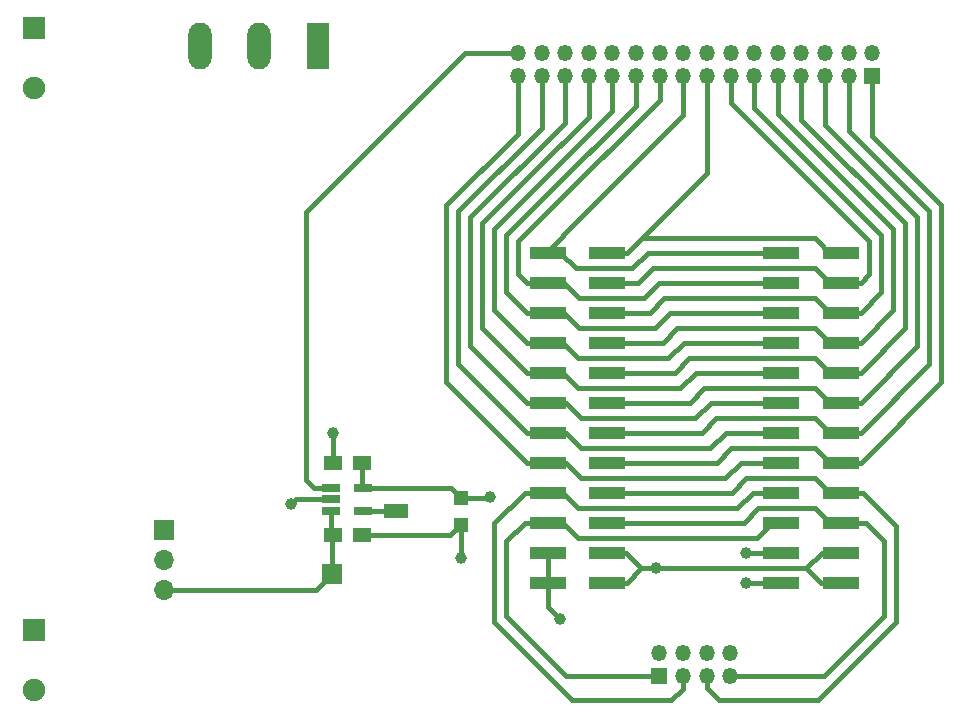
<source format=gtl>
G04 #@! TF.FileFunction,Copper,L1,Top,Signal*
%FSLAX46Y46*%
G04 Gerber Fmt 4.6, Leading zero omitted, Abs format (unit mm)*
G04 Created by KiCad (PCBNEW 4.0.6) date 01/22/18 19:18:38*
%MOMM*%
%LPD*%
G01*
G04 APERTURE LIST*
%ADD10C,0.100000*%
%ADD11R,1.500000X1.250000*%
%ADD12R,1.350000X1.350000*%
%ADD13O,1.350000X1.350000*%
%ADD14R,1.980000X3.960000*%
%ADD15O,1.980000X3.960000*%
%ADD16R,3.150000X1.000000*%
%ADD17R,1.905000X1.905000*%
%ADD18C,1.905000*%
%ADD19R,1.300000X1.300000*%
%ADD20R,2.000000X1.300000*%
%ADD21R,1.700000X1.700000*%
%ADD22R,1.560000X0.650000*%
%ADD23O,1.700000X1.700000*%
%ADD24C,1.000000*%
%ADD25C,0.400000*%
G04 APERTURE END LIST*
D10*
D11*
X191750000Y-138430000D03*
X189250000Y-138430000D03*
X191750000Y-132334000D03*
X189250000Y-132334000D03*
D12*
X234950000Y-99568000D03*
D13*
X234950000Y-97568000D03*
X232950000Y-99568000D03*
X232950000Y-97568000D03*
X230950000Y-99568000D03*
X230950000Y-97568000D03*
X228950000Y-99568000D03*
X228950000Y-97568000D03*
X226950000Y-99568000D03*
X226950000Y-97568000D03*
X224950000Y-99568000D03*
X224950000Y-97568000D03*
X222950000Y-99568000D03*
X222950000Y-97568000D03*
X220950000Y-99568000D03*
X220950000Y-97568000D03*
X218950000Y-99568000D03*
X218950000Y-97568000D03*
X216950000Y-99568000D03*
X216950000Y-97568000D03*
X214950000Y-99568000D03*
X214950000Y-97568000D03*
X212950000Y-99568000D03*
X212950000Y-97568000D03*
X210950000Y-99568000D03*
X210950000Y-97568000D03*
X208950000Y-99568000D03*
X208950000Y-97568000D03*
X206950000Y-99568000D03*
X206950000Y-97568000D03*
X204950000Y-99568000D03*
X204950000Y-97568000D03*
D12*
X216916000Y-150368000D03*
D13*
X216916000Y-148368000D03*
X218916000Y-150368000D03*
X218916000Y-148368000D03*
X220916000Y-150368000D03*
X220916000Y-148368000D03*
X222916000Y-150368000D03*
X222916000Y-148368000D03*
D14*
X188000000Y-97000000D03*
D15*
X183000000Y-97000000D03*
X178000000Y-97000000D03*
D16*
X212525000Y-142470000D03*
X207475000Y-142470000D03*
X212525000Y-139930000D03*
X207475000Y-139930000D03*
X212525000Y-137390000D03*
X207475000Y-137390000D03*
X212525000Y-134850000D03*
X207475000Y-134850000D03*
X212525000Y-132310000D03*
X207475000Y-132310000D03*
X212525000Y-129770000D03*
X207475000Y-129770000D03*
X212525000Y-127230000D03*
X207475000Y-127230000D03*
X212525000Y-124690000D03*
X207475000Y-124690000D03*
X212525000Y-122150000D03*
X207475000Y-122150000D03*
X212525000Y-119610000D03*
X207475000Y-119610000D03*
X212525000Y-117070000D03*
X207475000Y-117070000D03*
X212525000Y-114530000D03*
X207475000Y-114530000D03*
X232275000Y-142470000D03*
X227225000Y-142470000D03*
X232275000Y-139930000D03*
X227225000Y-139930000D03*
X232275000Y-137390000D03*
X227225000Y-137390000D03*
X232275000Y-134850000D03*
X227225000Y-134850000D03*
X232275000Y-132310000D03*
X227225000Y-132310000D03*
X232275000Y-129770000D03*
X227225000Y-129770000D03*
X232275000Y-127230000D03*
X227225000Y-127230000D03*
X232275000Y-124690000D03*
X227225000Y-124690000D03*
X232275000Y-122150000D03*
X227225000Y-122150000D03*
X232275000Y-119610000D03*
X227225000Y-119610000D03*
X232275000Y-117070000D03*
X227225000Y-117070000D03*
X232275000Y-114530000D03*
X227225000Y-114530000D03*
D17*
X164000000Y-95460000D03*
D18*
X164000000Y-100540000D03*
D17*
X164000000Y-146460000D03*
D18*
X164000000Y-151540000D03*
D19*
X200108000Y-135248000D03*
D20*
X194608000Y-136398000D03*
D19*
X200108000Y-137548000D03*
D21*
X189230000Y-141732000D03*
D22*
X189150000Y-134432000D03*
X189150000Y-135382000D03*
X189150000Y-136332000D03*
X191850000Y-136332000D03*
X191850000Y-134432000D03*
D21*
X175000000Y-138000000D03*
D23*
X175000000Y-140540000D03*
X175000000Y-143080000D03*
D24*
X189250000Y-129750000D03*
X185750000Y-135750000D03*
X200100000Y-140300000D03*
X224282000Y-142494000D03*
X224282000Y-139954000D03*
X208534000Y-145542000D03*
X216650000Y-141224000D03*
X202600000Y-135200000D03*
D25*
X189250000Y-132334000D02*
X189250000Y-129750000D01*
X189150000Y-135382000D02*
X186118000Y-135382000D01*
X186118000Y-135382000D02*
X185750000Y-135750000D01*
X191750000Y-138430000D02*
X199226000Y-138430000D01*
X199226000Y-138430000D02*
X200108000Y-137548000D01*
X200108000Y-137548000D02*
X200108000Y-140292000D01*
X200108000Y-140292000D02*
X200100000Y-140300000D01*
X227225000Y-142470000D02*
X224306000Y-142470000D01*
X224306000Y-142470000D02*
X224282000Y-142494000D01*
X227225000Y-139930000D02*
X224306000Y-139930000D01*
X224306000Y-139930000D02*
X224282000Y-139954000D01*
X207475000Y-144483000D02*
X208534000Y-145542000D01*
X207475000Y-142470000D02*
X207475000Y-144483000D01*
X227225000Y-142470000D02*
X227330000Y-142575000D01*
X207475000Y-139930000D02*
X207475000Y-142470000D01*
X175000000Y-143080000D02*
X187882000Y-143080000D01*
X187882000Y-143080000D02*
X189230000Y-141732000D01*
X189150000Y-136332000D02*
X189150000Y-138330000D01*
X189150000Y-138330000D02*
X189250000Y-138430000D01*
X189230000Y-141732000D02*
X189230000Y-138450000D01*
X189230000Y-138450000D02*
X189250000Y-138430000D01*
X200108000Y-135248000D02*
X202552000Y-135248000D01*
X202600000Y-135200000D02*
X202552000Y-135248000D01*
X191850000Y-134432000D02*
X199292000Y-134432000D01*
X199292000Y-134432000D02*
X200108000Y-135248000D01*
X191750000Y-132334000D02*
X191750000Y-134332000D01*
X191750000Y-134332000D02*
X191850000Y-134432000D01*
X212525000Y-142470000D02*
X214146000Y-142470000D01*
X214146000Y-142470000D02*
X215392000Y-141224000D01*
X212525000Y-139930000D02*
X214098000Y-139930000D01*
X214098000Y-139930000D02*
X215392000Y-141224000D01*
X215392000Y-141224000D02*
X216650000Y-141224000D01*
X216650000Y-141224000D02*
X222504000Y-141224000D01*
X222504000Y-141224000D02*
X229362000Y-141224000D01*
X232275000Y-142470000D02*
X230608000Y-142470000D01*
X230608000Y-142470000D02*
X229362000Y-141224000D01*
X230656000Y-139930000D02*
X232275000Y-139930000D01*
X229362000Y-141224000D02*
X230656000Y-139930000D01*
X232275000Y-132310000D02*
X233958000Y-132310000D01*
X234950000Y-104648000D02*
X234950000Y-99568000D01*
X240792000Y-110490000D02*
X234950000Y-104648000D01*
X240792000Y-125476000D02*
X240792000Y-110490000D01*
X233958000Y-132310000D02*
X240792000Y-125476000D01*
X212525000Y-132310000D02*
X221766000Y-132310000D01*
X230124000Y-131064000D02*
X231370000Y-132310000D01*
X223012000Y-131064000D02*
X230124000Y-131064000D01*
X221766000Y-132310000D02*
X223012000Y-131064000D01*
X231370000Y-132310000D02*
X232275000Y-132310000D01*
X189150000Y-134432000D02*
X187682000Y-134432000D01*
X200432000Y-97568000D02*
X204950000Y-97568000D01*
X187000000Y-111000000D02*
X200432000Y-97568000D01*
X187000000Y-133750000D02*
X187000000Y-111000000D01*
X187682000Y-134432000D02*
X187000000Y-133750000D01*
X232275000Y-129770000D02*
X233958000Y-129770000D01*
X232950000Y-104172000D02*
X232950000Y-99568000D01*
X239776000Y-110998000D02*
X232950000Y-104172000D01*
X239776000Y-123952000D02*
X239776000Y-110998000D01*
X233958000Y-129770000D02*
X239776000Y-123952000D01*
X212525000Y-129770000D02*
X220496000Y-129770000D01*
X230124000Y-128524000D02*
X231370000Y-129770000D01*
X221742000Y-128524000D02*
X230124000Y-128524000D01*
X220496000Y-129770000D02*
X221742000Y-128524000D01*
X231370000Y-129770000D02*
X232275000Y-129770000D01*
X232275000Y-127230000D02*
X233958000Y-127230000D01*
X230950000Y-103696000D02*
X230950000Y-99568000D01*
X238760000Y-111506000D02*
X230950000Y-103696000D01*
X238760000Y-122428000D02*
X238760000Y-111506000D01*
X233958000Y-127230000D02*
X238760000Y-122428000D01*
X212525000Y-127230000D02*
X219480000Y-127230000D01*
X230124000Y-125984000D02*
X231370000Y-127230000D01*
X220726000Y-125984000D02*
X230124000Y-125984000D01*
X219480000Y-127230000D02*
X220726000Y-125984000D01*
X231370000Y-127230000D02*
X232275000Y-127230000D01*
X232275000Y-124690000D02*
X233958000Y-124690000D01*
X228950000Y-103220000D02*
X228950000Y-99568000D01*
X237744000Y-112014000D02*
X228950000Y-103220000D01*
X237744000Y-120904000D02*
X237744000Y-112014000D01*
X233958000Y-124690000D02*
X237744000Y-120904000D01*
X212525000Y-124690000D02*
X218210000Y-124690000D01*
X230124000Y-123444000D02*
X231370000Y-124690000D01*
X219456000Y-123444000D02*
X230124000Y-123444000D01*
X218210000Y-124690000D02*
X219456000Y-123444000D01*
X231370000Y-124690000D02*
X232275000Y-124690000D01*
X232275000Y-122150000D02*
X233958000Y-122150000D01*
X226950000Y-102744000D02*
X226950000Y-99568000D01*
X236728000Y-112522000D02*
X226950000Y-102744000D01*
X236728000Y-119380000D02*
X236728000Y-112522000D01*
X233958000Y-122150000D02*
X236728000Y-119380000D01*
X212525000Y-122150000D02*
X217194000Y-122150000D01*
X230124000Y-120904000D02*
X231370000Y-122150000D01*
X218440000Y-120904000D02*
X230124000Y-120904000D01*
X217194000Y-122150000D02*
X218440000Y-120904000D01*
X231370000Y-122150000D02*
X232275000Y-122150000D01*
X232275000Y-119610000D02*
X233958000Y-119610000D01*
X224950000Y-102268000D02*
X224950000Y-99568000D01*
X235712000Y-113030000D02*
X224950000Y-102268000D01*
X235712000Y-117856000D02*
X235712000Y-113030000D01*
X233958000Y-119610000D02*
X235712000Y-117856000D01*
X212525000Y-119610000D02*
X216096000Y-119610000D01*
X230124000Y-118364000D02*
X231365000Y-119605000D01*
X217342000Y-118364000D02*
X230124000Y-118364000D01*
X216096000Y-119610000D02*
X217342000Y-118364000D01*
X231360000Y-119610000D02*
X232275000Y-119610000D01*
X232275000Y-117070000D02*
X233958000Y-117070000D01*
X222950000Y-101792000D02*
X222950000Y-99568000D01*
X234696000Y-113538000D02*
X222950000Y-101792000D01*
X234696000Y-116332000D02*
X234696000Y-113538000D01*
X233958000Y-117070000D02*
X234696000Y-116332000D01*
X212525000Y-117070000D02*
X215140000Y-117070000D01*
X230124000Y-115824000D02*
X231345000Y-117045000D01*
X216386000Y-115824000D02*
X230124000Y-115824000D01*
X215140000Y-117070000D02*
X216386000Y-115824000D01*
X231320000Y-117070000D02*
X232275000Y-117070000D01*
X215426000Y-113284000D02*
X215426000Y-113250000D01*
X220950000Y-107726000D02*
X220950000Y-99568000D01*
X215426000Y-113250000D02*
X220950000Y-107726000D01*
X212525000Y-114530000D02*
X214180000Y-114530000D01*
X230124000Y-113284000D02*
X231577000Y-114737000D01*
X215426000Y-113284000D02*
X230124000Y-113284000D01*
X214180000Y-114530000D02*
X215426000Y-113284000D01*
X231530000Y-114530000D02*
X232275000Y-114530000D01*
X207475000Y-114530000D02*
X207475000Y-114343000D01*
X207475000Y-114343000D02*
X210058000Y-111760000D01*
X218950000Y-102868000D02*
X218950000Y-99568000D01*
X210058000Y-111760000D02*
X218950000Y-102868000D01*
X210058000Y-111760000D02*
X210058000Y-111760000D01*
X208558000Y-114530000D02*
X207475000Y-114530000D01*
X207475000Y-114530000D02*
X208530000Y-114530000D01*
X208530000Y-114530000D02*
X209824000Y-115824000D01*
X209824000Y-115824000D02*
X214636000Y-115824000D01*
X214636000Y-115824000D02*
X215930000Y-114530000D01*
X215930000Y-114530000D02*
X227225000Y-114530000D01*
X207475000Y-117070000D02*
X205716000Y-117070000D01*
X216950000Y-101566000D02*
X216950000Y-99568000D01*
X207772000Y-110744000D02*
X216950000Y-101566000D01*
X207772000Y-110744000D02*
X207772000Y-110744000D01*
X204978000Y-113538000D02*
X207772000Y-110744000D01*
X204978000Y-116332000D02*
X204978000Y-113538000D01*
X205716000Y-117070000D02*
X204978000Y-116332000D01*
X206224000Y-117070000D02*
X207475000Y-117070000D01*
X207475000Y-117070000D02*
X208820000Y-117070000D01*
X208820000Y-117070000D02*
X210114000Y-118364000D01*
X210114000Y-118364000D02*
X215596000Y-118364000D01*
X215596000Y-118364000D02*
X216890000Y-117070000D01*
X216890000Y-117070000D02*
X227225000Y-117070000D01*
X207475000Y-119610000D02*
X205716000Y-119610000D01*
X214950000Y-102042000D02*
X214950000Y-99568000D01*
X207264000Y-109728000D02*
X214950000Y-102042000D01*
X207264000Y-109728000D02*
X207264000Y-109728000D01*
X203962000Y-113030000D02*
X207264000Y-109728000D01*
X203962000Y-117856000D02*
X203962000Y-113030000D01*
X205716000Y-119610000D02*
X203962000Y-117856000D01*
X207475000Y-119610000D02*
X208860000Y-119610000D01*
X208860000Y-119610000D02*
X210154000Y-120904000D01*
X210154000Y-120904000D02*
X216548000Y-120904000D01*
X216548000Y-120904000D02*
X217842000Y-119610000D01*
X217842000Y-119610000D02*
X227225000Y-119610000D01*
X207475000Y-122150000D02*
X205716000Y-122150000D01*
X212950000Y-102518000D02*
X212950000Y-99568000D01*
X206756000Y-108712000D02*
X212950000Y-102518000D01*
X206756000Y-108712000D02*
X206756000Y-108712000D01*
X202946000Y-112522000D02*
X206756000Y-108712000D01*
X202946000Y-119380000D02*
X202946000Y-112522000D01*
X205716000Y-122150000D02*
X202946000Y-119380000D01*
X207475000Y-122150000D02*
X208764000Y-122150000D01*
X208764000Y-122150000D02*
X210058000Y-123444000D01*
X210058000Y-123444000D02*
X217678000Y-123444000D01*
X217678000Y-123444000D02*
X218972000Y-122150000D01*
X218972000Y-122150000D02*
X227225000Y-122150000D01*
X207475000Y-124690000D02*
X205716000Y-124690000D01*
X210950000Y-102994000D02*
X210950000Y-99568000D01*
X206248000Y-107696000D02*
X210950000Y-102994000D01*
X206248000Y-107696000D02*
X206248000Y-107696000D01*
X201930000Y-112014000D02*
X206248000Y-107696000D01*
X201930000Y-120904000D02*
X201930000Y-112014000D01*
X205716000Y-124690000D02*
X201930000Y-120904000D01*
X207475000Y-124690000D02*
X208764000Y-124690000D01*
X208764000Y-124690000D02*
X210058000Y-125984000D01*
X210058000Y-125984000D02*
X218694000Y-125984000D01*
X218694000Y-125984000D02*
X219988000Y-124690000D01*
X219988000Y-124690000D02*
X227225000Y-124690000D01*
X207475000Y-127230000D02*
X205716000Y-127230000D01*
X208950000Y-103470000D02*
X208950000Y-99568000D01*
X200914000Y-111506000D02*
X208950000Y-103470000D01*
X200914000Y-122428000D02*
X200914000Y-111506000D01*
X205716000Y-127230000D02*
X200914000Y-122428000D01*
X207475000Y-127230000D02*
X209018000Y-127230000D01*
X209018000Y-127230000D02*
X210312000Y-128524000D01*
X210312000Y-128524000D02*
X219964000Y-128524000D01*
X219964000Y-128524000D02*
X221258000Y-127230000D01*
X221258000Y-127230000D02*
X227225000Y-127230000D01*
X207475000Y-129770000D02*
X205716000Y-129770000D01*
X206950000Y-103946000D02*
X206950000Y-99568000D01*
X199898000Y-110998000D02*
X206950000Y-103946000D01*
X199898000Y-123952000D02*
X199898000Y-110998000D01*
X205716000Y-129770000D02*
X199898000Y-123952000D01*
X207475000Y-129770000D02*
X209018000Y-129770000D01*
X209018000Y-129770000D02*
X210312000Y-131064000D01*
X210312000Y-131064000D02*
X221234000Y-131064000D01*
X221234000Y-131064000D02*
X222528000Y-129770000D01*
X222528000Y-129770000D02*
X227225000Y-129770000D01*
X207475000Y-132310000D02*
X205716000Y-132310000D01*
X204950000Y-104422000D02*
X204950000Y-99568000D01*
X198882000Y-110490000D02*
X204950000Y-104422000D01*
X198882000Y-125476000D02*
X198882000Y-110490000D01*
X205716000Y-132310000D02*
X198882000Y-125476000D01*
X207475000Y-132310000D02*
X209018000Y-132310000D01*
X209018000Y-132310000D02*
X210312000Y-133604000D01*
X210312000Y-133604000D02*
X222504000Y-133604000D01*
X222504000Y-133604000D02*
X223798000Y-132310000D01*
X223798000Y-132310000D02*
X227225000Y-132310000D01*
X222916000Y-150368000D02*
X230886000Y-150368000D01*
X234418000Y-137390000D02*
X232275000Y-137390000D01*
X235966000Y-138938000D02*
X234418000Y-137390000D01*
X235966000Y-145288000D02*
X235966000Y-138938000D01*
X230886000Y-150368000D02*
X235966000Y-145288000D01*
X212525000Y-137390000D02*
X224052000Y-137390000D01*
X230124000Y-136144000D02*
X231370000Y-137390000D01*
X225298000Y-136144000D02*
X230124000Y-136144000D01*
X224052000Y-137390000D02*
X225298000Y-136144000D01*
X231370000Y-137390000D02*
X232275000Y-137390000D01*
X220916000Y-150368000D02*
X220916000Y-151320000D01*
X234164000Y-134850000D02*
X232275000Y-134850000D01*
X236982000Y-137668000D02*
X234164000Y-134850000D01*
X236982000Y-145796000D02*
X236982000Y-137668000D01*
X230378000Y-152400000D02*
X236982000Y-145796000D01*
X221996000Y-152400000D02*
X230378000Y-152400000D01*
X220916000Y-151320000D02*
X221996000Y-152400000D01*
X212525000Y-134850000D02*
X223036000Y-134850000D01*
X230124000Y-133604000D02*
X231370000Y-134850000D01*
X224282000Y-133604000D02*
X230124000Y-133604000D01*
X223036000Y-134850000D02*
X224282000Y-133604000D01*
X231370000Y-134850000D02*
X232275000Y-134850000D01*
X218916000Y-150368000D02*
X218916000Y-151416000D01*
X205510000Y-134850000D02*
X207475000Y-134850000D01*
X202946000Y-137414000D02*
X205510000Y-134850000D01*
X202946000Y-145796000D02*
X202946000Y-137414000D01*
X209550000Y-152400000D02*
X202946000Y-145796000D01*
X217932000Y-152400000D02*
X209550000Y-152400000D01*
X218916000Y-151416000D02*
X217932000Y-152400000D01*
X207475000Y-134850000D02*
X208764000Y-134850000D01*
X208764000Y-134850000D02*
X210058000Y-136144000D01*
X210058000Y-136144000D02*
X223520000Y-136144000D01*
X223520000Y-136144000D02*
X224814000Y-134850000D01*
X224814000Y-134850000D02*
X227225000Y-134850000D01*
X216916000Y-150368000D02*
X209042000Y-150368000D01*
X205510000Y-137390000D02*
X207475000Y-137390000D01*
X203962000Y-138938000D02*
X205510000Y-137390000D01*
X203962000Y-145288000D02*
X203962000Y-138938000D01*
X209042000Y-150368000D02*
X203962000Y-145288000D01*
X207475000Y-137390000D02*
X208764000Y-137390000D01*
X208764000Y-137390000D02*
X210058000Y-138684000D01*
X210058000Y-138684000D02*
X225169000Y-138684000D01*
X225169000Y-138684000D02*
X226463000Y-137390000D01*
X191850000Y-136332000D02*
X194542000Y-136332000D01*
X194542000Y-136332000D02*
X194608000Y-136398000D01*
M02*

</source>
